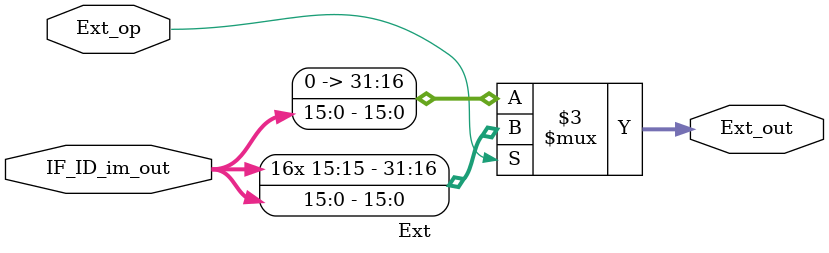
<source format=v>
module Ext (
    input              Ext_op,
    input      [31: 0] IF_ID_im_out,
    output reg [31: 0] Ext_out
);
    always @(*) begin
        if (Ext_op)
            Ext_out = {{16{IF_ID_im_out[15]}}, IF_ID_im_out[15: 0]};
        else 
            Ext_out = {{16{1'b0}}, IF_ID_im_out[15: 0]};
    end

endmodule //Ext
</source>
